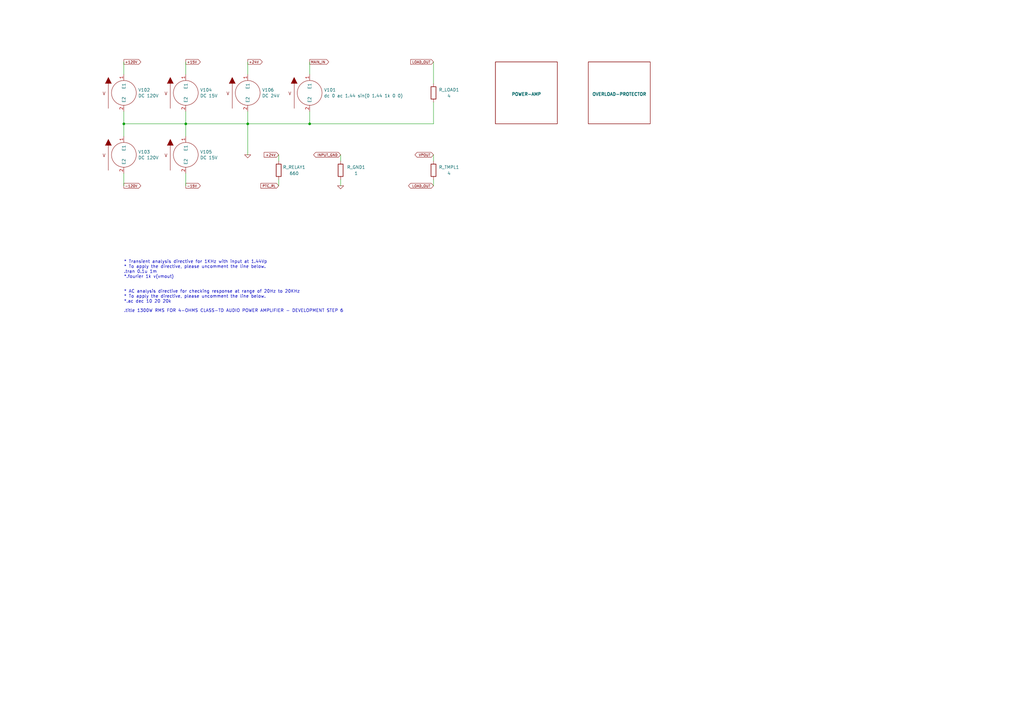
<source format=kicad_sch>
(kicad_sch (version 20211123) (generator eeschema)
  (paper "A3")
  (title_block (title "1300 WATTS RMS CLASS-TD\\nAUDIO POWER AMPLIFIER\\nFOR 4-OHMS LOUDSPEAKER") (date "2022-10-12") (company "BSD POWER AMP"))
  (lib_symbols
    (symbol "Device:R" (pin_numbers hide) (pin_names (offset 0))
      (property "Reference" "R" (at 2.032 0 90))
      (property "Value" "R" (at 0 0 90))
      (symbol "R_0_1"
        (rectangle (start -1.016 -2.54) (end 1.016 2.54) (stroke (width 0.254)))
      )
      (symbol "R_1_1"
        (pin passive line (at 0 3.81 270) (length 1.27) (name "~") (number "1"))
        (pin passive line (at 0 -3.81 90) (length 1.27) (name "~") (number "2"))
      )
    )
    (symbol "pspice:0" (power) (pin_names (offset 0))
      (property "Value" "0" (at 0 -1.778 0))
      (symbol "0_0_1"
        (polyline (pts (xy -1.27 0) (xy 0 -1.27) (xy 1.27 0) (xy -1.27 0)))
      )
      (symbol "0_1_1"
        (pin power_in line (at 0 0 0) (length 0) hide (name "0") (number "1"))
      )
    )
    (symbol "pspice:VSOURCE" (pin_names (offset 1.016))
      (property "Reference" "V" (at -6.35 7.62 0))
      (property "Value" "VSOURCE" (at 0 0 0))
      (symbol "VSOURCE_0_1"
        (polyline (pts (xy -6.35 -6.35) (xy -6.35 3.81)) (fill (type outline)))
        (polyline (pts (xy -7.62 3.81) (xy -6.35 6.35) (xy -5.08 3.81)) (fill (type outline)))
        (circle (center 0 0) (radius 5.08))
        (text "V" (at -8.128 -0.254 0) (effects (font (size 1.27 1.27))))
      )
      (symbol "VSOURCE_1_1"
        (pin input line (at 0 7.62 270) (length 2.54) (name "E1") (number "1"))
        (pin input line (at 0 -7.62 90) (length 2.54) (name "E2") (number "2"))
      )
    )
  )
  (junction (at 50.8 50.8))
  (junction (at 101.6 50.8))
  (junction (at 127 50.8))
  (junction (at 76.2 50.8))
  (wire (pts (xy 139.7 63.5) (xy 139.7 66.04)))
  (wire (pts (xy 177.8 73.66) (xy 177.8 76.2)))
  (wire (pts (xy 101.6 50.8) (xy 101.6 63.5)))
  (wire (pts (xy 127 45.72) (xy 127 50.8)))
  (wire (pts (xy 50.8 45.72) (xy 50.8 50.8)))
  (wire (pts (xy 76.2 50.8) (xy 101.6 50.8)))
  (wire (pts (xy 177.8 41.91) (xy 177.8 50.8)))
  (wire (pts (xy 114.3 63.5) (xy 114.3 66.04)))
  (wire (pts (xy 177.8 25.4) (xy 177.8 34.29)))
  (wire (pts (xy 50.8 76.2) (xy 50.8 71.12)))
  (wire (pts (xy 114.3 73.66) (xy 114.3 76.2)))
  (wire (pts (xy 101.6 25.4) (xy 101.6 30.48)))
  (wire (pts (xy 50.8 25.4) (xy 50.8 30.48)))
  (wire (pts (xy 76.2 50.8) (xy 50.8 50.8)))
  (wire (pts (xy 139.7 73.66) (xy 139.7 76.2)))
  (wire (pts (xy 177.8 63.5) (xy 177.8 66.04)))
  (wire (pts (xy 76.2 25.4) (xy 76.2 30.48)))
  (wire (pts (xy 101.6 45.72) (xy 101.6 50.8)))
  (wire (pts (xy 127 25.4) (xy 127 30.48)))
  (wire (pts (xy 50.8 50.8) (xy 50.8 55.88)))
  (wire (pts (xy 127 50.8) (xy 177.8 50.8)))
  (wire (pts (xy 101.6 50.8) (xy 127 50.8)))
  (wire (pts (xy 76.2 76.2) (xy 76.2 71.12)))
  (wire (pts (xy 76.2 45.72) (xy 76.2 50.8)))
  (wire (pts (xy 76.2 55.88) (xy 76.2 50.8)))
  (text "* Transient analysis directive for 1KHz with input at 1.44Vp\n* To apply the directive, please uncomment the line below.\n.tran 0.1u 1m\n*.fourier 1k v(vmout)" (at 50.8 114.3 0) (effects (font (size 1.27 1.27)) (justify left bottom)))
  (text ".title 1300W RMS FOR 4-OHMS CLASS-TD AUDIO POWER AMPLIFIER - DEVELOPMENT STEP 6" (at 50.8 128.27 0) (effects (font (size 1.27 1.27)) (justify left bottom)))
  (text "* AC analysis directive for checking response at range of 20Hz to 20KHz\n* To apply the directive, please uncomment the line below.\n*.ac dec 10 20 20k" (at 50.8 124.46 0) (effects (font (size 1.27 1.27)) (justify left bottom)))
  (global_label "-120V" (shape output) (at 50.8 76.2 0) (effects (font (size 1.016 1.016))) (property "Intersheet References" "${INTERSHEET_REFS}" (effects hide)))
  (global_label "+24V" (shape input) (at 114.3 63.5 180) (effects (font (size 1.016 1.016))) (property "Intersheet References" "${INTERSHEET_REFS}" (effects hide)))
  (global_label "+24V" (shape output) (at 101.6 25.4 0) (effects (font (size 1.016 1.016))) (property "Intersheet References" "${INTERSHEET_REFS}" (effects hide)))
  (global_label "LOAD_OUT" (shape bidirectional) (at 177.8 76.2 180) (effects (font (size 1.016 1.016))) (property "Intersheet References" "${INTERSHEET_REFS}" (effects hide)))
  (global_label "+15V" (shape output) (at 76.2 25.4 0) (effects (font (size 1.016 1.016))) (property "Intersheet References" "${INTERSHEET_REFS}" (effects hide)))
  (global_label "+120V" (shape output) (at 50.8 25.4 0) (effects (font (size 1.016 1.016))) (property "Intersheet References" "${INTERSHEET_REFS}" (effects hide)))
  (global_label "LOAD_OUT" (shape input) (at 177.8 25.4 180) (effects (font (size 1.016 1.016))) (property "Intersheet References" "${INTERSHEET_REFS}" (effects hide)))
  (global_label "MAIN_IN" (shape output) (at 127 25.4 0) (effects (font (size 1.016 1.016))) (property "Intersheet References" "${INTERSHEET_REFS}" (effects hide)))
  (global_label "-15V" (shape output) (at 76.2 76.2 0) (effects (font (size 1.016 1.016))) (property "Intersheet References" "${INTERSHEET_REFS}" (effects hide)))
  (global_label "INPUT_GND" (shape bidirectional) (at 139.7 63.5 180) (effects (font (size 1.016 1.016))) (property "Intersheet References" "${INTERSHEET_REFS}" (effects hide)))
  (global_label "VPOUT" (shape bidirectional) (at 177.8 63.5 180) (effects (font (size 1.016 1.016))) (property "Intersheet References" "${INTERSHEET_REFS}" (effects hide)))
  (global_label "PTC_RL" (shape input) (at 114.3 76.2 180) (effects (font (size 1.016 1.016))) (property "Intersheet References" "${INTERSHEET_REFS}" (effects hide)))
  (symbol (lib_id "pspice:0") (at 101.6 63.5 0) (unit 1)
    (property "Reference" "#GND0105" (effects hide))
    (property "Value" "0" (effects hide))
  )
  (symbol (lib_id "Device:R") (at 177.8 69.85 0) (unit 1)
    (property "Reference" "R_TMPL1" (at 184.15 68.58 0))
    (property "Value" "4" (at 184.15 71.12 0))
  )
  (symbol (lib_id "pspice:VSOURCE") (at 76.2 38.1 0) (unit 1)
    (property "Reference" "V104" (at 82.042 36.9062 0) (effects (justify left)))
    (property "Value" "DC 15V" (at 82.042 39.2684 0) (effects (justify left)))
  )
  (symbol (lib_id "pspice:VSOURCE") (at 76.2 63.5 0) (unit 1)
    (property "Reference" "V105" (at 82.042 62.3062 0) (effects (justify left)))
    (property "Value" "DC 15V" (at 82.042 64.6684 0) (effects (justify left)))
  )
  (symbol (lib_id "Device:R") (at 177.8 38.1 0) (unit 1)
    (property "Reference" "R_LOAD1" (at 184.15 36.83 0))
    (property "Value" "4" (at 184.15 39.37 0))
  )
  (symbol (lib_id "pspice:VSOURCE") (at 101.6 38.1 0) (unit 1)
    (property "Reference" "V106" (at 107.442 36.9062 0) (effects (justify left)))
    (property "Value" "DC 24V" (at 107.442 39.2684 0) (effects (justify left)))
  )
  (symbol (lib_id "pspice:VSOURCE") (at 50.8 63.5 0) (unit 1)
    (property "Reference" "V103" (at 56.642 62.3062 0) (effects (justify left)))
    (property "Value" "DC 120V" (at 56.642 64.6684 0) (effects (justify left)))
  )
  (symbol (lib_id "pspice:VSOURCE") (at 127 38.1 0) (unit 1)
    (property "Reference" "V101" (at 132.842 36.9062 0) (effects (justify left)))
    (property "Value" "dc 0 ac 1.44 sin(0 1.44 1k 0 0)" (at 132.842 39.2684 0) (effects (justify left)))
  )
  (symbol (lib_id "Device:R") (at 139.7 69.85 0) (unit 1)
    (property "Reference" "R_GND1" (at 146.05 68.58 0))
    (property "Value" "1" (at 146.05 71.12 0))
  )
  (symbol (lib_id "pspice:0") (at 139.7 76.2 0) (unit 1)
    (property "Reference" "#GND0116" (effects hide))
    (property "Value" "0" (effects hide))
  )
  (symbol (lib_id "pspice:VSOURCE") (at 50.8 38.1 0) (unit 1)
    (property "Reference" "V102" (at 56.642 36.9062 0) (effects (justify left)))
    (property "Value" "DC 120V" (at 56.642 39.2684 0) (effects (justify left)))
  )
  (symbol (lib_id "Device:R") (at 114.3 69.85 0) (unit 1)
    (property "Reference" "R_RELAY1" (at 120.65 68.58 0))
    (property "Value" "660" (at 120.65 71.12 0))
  )
  (sheet (at 203.2 25.4) (size 25.4 25.4) (stroke (width 0.1524))
    (property "Sheet name" "POWER-AMP" (at 215.9 39.37 0) (effects (font bold) (justify bottom)))
    (property "Sheet file" "POWER-AMP-BLOCK.kicad_sch" (effects hide))
  )
  (sheet (at 241.3 25.4) (size 25.4 25.4) (stroke (width 0.1524))
    (property "Sheet name" "OVERLOAD-PROTECTOR" (at 254 39.37 0) (effects (font bold) (justify bottom)))
    (property "Sheet file" "OVERLOAD_PROTECTOR.kicad_sch" (effects hide))
  )
)
</source>
